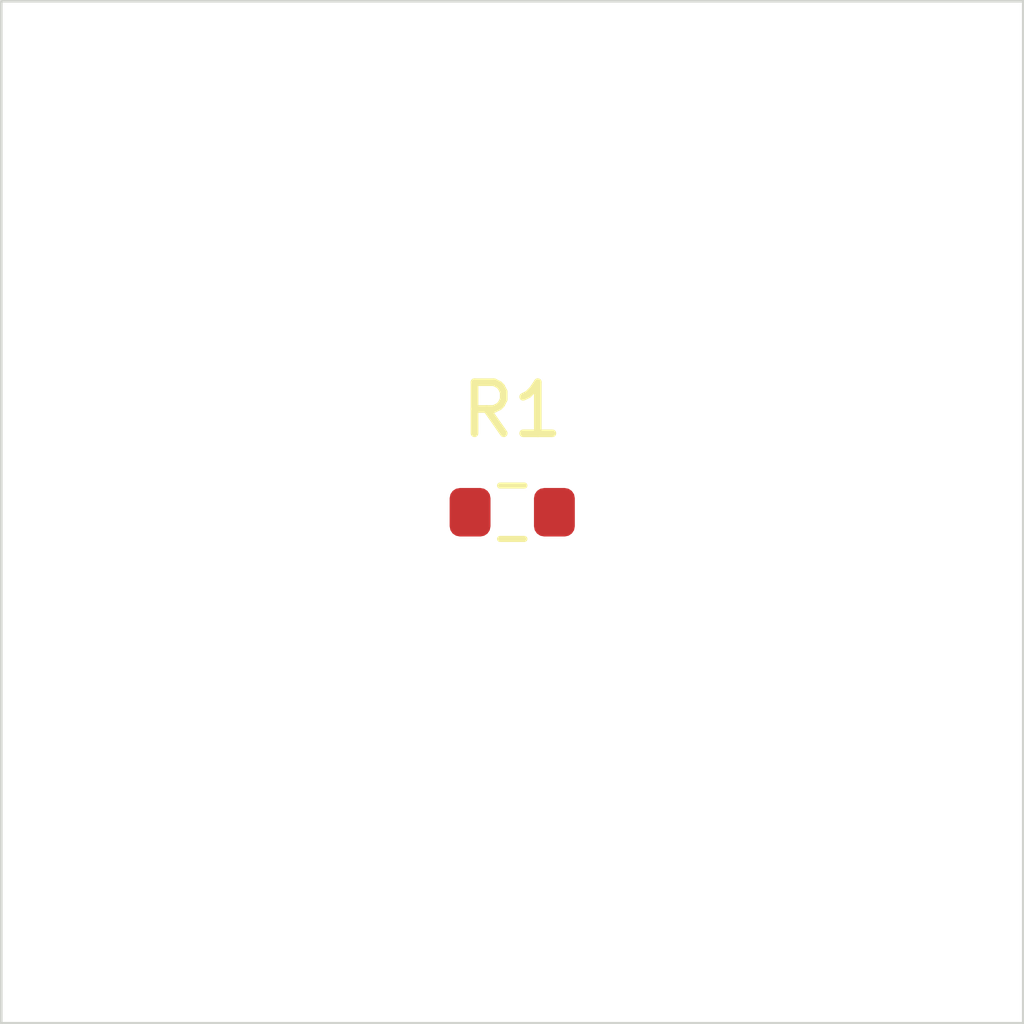
<source format=kicad_pcb>
(kicad_pcb (version 20241229) (generator "pcbnew") (generator_version "9.0")
  (layers (0 "F.Cu" signal) (2 "B.Cu" signal) (13 "F.Paste" user) (15 "B.Paste" user) (5 "F.SilkS" user "F.Silkscreen") (7 "B.SilkS" user "B.Silkscreen") (1 "F.Mask" user) (3 "B.Mask" user) (25 "Edge.Cuts" user))
  (net 0 "")
  (footprint "Resistor_SMD:R_0603_1608Metric" (layer "F.Cu") (at 10.0 10.0)
    (property "Reference" "R1" (at 0 -2 0) (layer "F.SilkS") (effects (font (size 1.0 1.0))))
    (property "Value" "10k")
    (fp_line (start -0.237258 -0.5225) (end 0.237258 -0.5225) (stroke (width 0.12)) (layer "F.SilkS"))
    (fp_line (start -0.237258 0.5225) (end 0.237258 0.5225) (stroke (width 0.12)) (layer "F.SilkS"))
    (pad "1" smd roundrect (at -0.825 0.0) (size 0.8 0.95) (layers "F.Cu" "F.Mask" "F.Paste"))
    (pad "2" smd roundrect (at 0.825 0.0) (size 0.8 0.95) (layers "F.Cu" "F.Mask" "F.Paste"))
  )
  (gr_rect (start 0 0) (end 20.0 20.0) (stroke (width 0.05)) (fill no) (layer "Edge.Cuts"))
)
</source>
